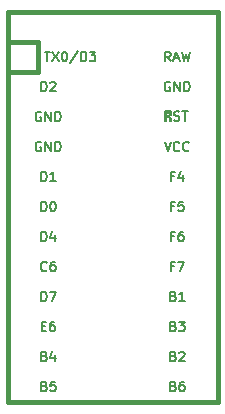
<source format=gto>
%TF.GenerationSoftware,KiCad,Pcbnew,7.0.5*%
%TF.CreationDate,2023-06-14T14:40:25+08:00*%
%TF.ProjectId,Macropad,4d616372-6f70-4616-942e-6b696361645f,rev?*%
%TF.SameCoordinates,Original*%
%TF.FileFunction,Legend,Top*%
%TF.FilePolarity,Positive*%
%FSLAX46Y46*%
G04 Gerber Fmt 4.6, Leading zero omitted, Abs format (unit mm)*
G04 Created by KiCad (PCBNEW 7.0.5) date 2023-06-14 14:40:25*
%MOMM*%
%LPD*%
G01*
G04 APERTURE LIST*
%ADD10C,0.150000*%
%ADD11C,0.381000*%
%ADD12R,1.752600X1.752600*%
%ADD13C,1.752600*%
%ADD14C,1.750000*%
%ADD15C,3.987800*%
%ADD16C,3.300000*%
G04 APERTURE END LIST*
D10*
%TO.C,U1*%
X219373524Y-81324795D02*
X219373524Y-80524795D01*
X219373524Y-80524795D02*
X219564000Y-80524795D01*
X219564000Y-80524795D02*
X219678286Y-80562890D01*
X219678286Y-80562890D02*
X219754476Y-80639080D01*
X219754476Y-80639080D02*
X219792571Y-80715271D01*
X219792571Y-80715271D02*
X219830667Y-80867652D01*
X219830667Y-80867652D02*
X219830667Y-80981938D01*
X219830667Y-80981938D02*
X219792571Y-81134319D01*
X219792571Y-81134319D02*
X219754476Y-81210509D01*
X219754476Y-81210509D02*
X219678286Y-81286700D01*
X219678286Y-81286700D02*
X219564000Y-81324795D01*
X219564000Y-81324795D02*
X219373524Y-81324795D01*
X220097333Y-80524795D02*
X220630667Y-80524795D01*
X220630667Y-80524795D02*
X220287809Y-81324795D01*
X219830667Y-78708604D02*
X219792571Y-78746700D01*
X219792571Y-78746700D02*
X219678286Y-78784795D01*
X219678286Y-78784795D02*
X219602095Y-78784795D01*
X219602095Y-78784795D02*
X219487809Y-78746700D01*
X219487809Y-78746700D02*
X219411619Y-78670509D01*
X219411619Y-78670509D02*
X219373524Y-78594319D01*
X219373524Y-78594319D02*
X219335428Y-78441938D01*
X219335428Y-78441938D02*
X219335428Y-78327652D01*
X219335428Y-78327652D02*
X219373524Y-78175271D01*
X219373524Y-78175271D02*
X219411619Y-78099080D01*
X219411619Y-78099080D02*
X219487809Y-78022890D01*
X219487809Y-78022890D02*
X219602095Y-77984795D01*
X219602095Y-77984795D02*
X219678286Y-77984795D01*
X219678286Y-77984795D02*
X219792571Y-78022890D01*
X219792571Y-78022890D02*
X219830667Y-78060985D01*
X220516381Y-77984795D02*
X220364000Y-77984795D01*
X220364000Y-77984795D02*
X220287809Y-78022890D01*
X220287809Y-78022890D02*
X220249714Y-78060985D01*
X220249714Y-78060985D02*
X220173524Y-78175271D01*
X220173524Y-78175271D02*
X220135428Y-78327652D01*
X220135428Y-78327652D02*
X220135428Y-78632414D01*
X220135428Y-78632414D02*
X220173524Y-78708604D01*
X220173524Y-78708604D02*
X220211619Y-78746700D01*
X220211619Y-78746700D02*
X220287809Y-78784795D01*
X220287809Y-78784795D02*
X220440190Y-78784795D01*
X220440190Y-78784795D02*
X220516381Y-78746700D01*
X220516381Y-78746700D02*
X220554476Y-78708604D01*
X220554476Y-78708604D02*
X220592571Y-78632414D01*
X220592571Y-78632414D02*
X220592571Y-78441938D01*
X220592571Y-78441938D02*
X220554476Y-78365747D01*
X220554476Y-78365747D02*
X220516381Y-78327652D01*
X220516381Y-78327652D02*
X220440190Y-78289557D01*
X220440190Y-78289557D02*
X220287809Y-78289557D01*
X220287809Y-78289557D02*
X220211619Y-78327652D01*
X220211619Y-78327652D02*
X220173524Y-78365747D01*
X220173524Y-78365747D02*
X220135428Y-78441938D01*
X230333619Y-61004795D02*
X230066952Y-60623842D01*
X229876476Y-61004795D02*
X229876476Y-60204795D01*
X229876476Y-60204795D02*
X230181238Y-60204795D01*
X230181238Y-60204795D02*
X230257428Y-60242890D01*
X230257428Y-60242890D02*
X230295523Y-60280985D01*
X230295523Y-60280985D02*
X230333619Y-60357176D01*
X230333619Y-60357176D02*
X230333619Y-60471461D01*
X230333619Y-60471461D02*
X230295523Y-60547652D01*
X230295523Y-60547652D02*
X230257428Y-60585747D01*
X230257428Y-60585747D02*
X230181238Y-60623842D01*
X230181238Y-60623842D02*
X229876476Y-60623842D01*
X230638380Y-60776223D02*
X231019333Y-60776223D01*
X230562190Y-61004795D02*
X230828857Y-60204795D01*
X230828857Y-60204795D02*
X231095523Y-61004795D01*
X231285999Y-60204795D02*
X231476475Y-61004795D01*
X231476475Y-61004795D02*
X231628856Y-60433366D01*
X231628856Y-60433366D02*
X231781237Y-61004795D01*
X231781237Y-61004795D02*
X231971714Y-60204795D01*
X219373524Y-76244795D02*
X219373524Y-75444795D01*
X219373524Y-75444795D02*
X219564000Y-75444795D01*
X219564000Y-75444795D02*
X219678286Y-75482890D01*
X219678286Y-75482890D02*
X219754476Y-75559080D01*
X219754476Y-75559080D02*
X219792571Y-75635271D01*
X219792571Y-75635271D02*
X219830667Y-75787652D01*
X219830667Y-75787652D02*
X219830667Y-75901938D01*
X219830667Y-75901938D02*
X219792571Y-76054319D01*
X219792571Y-76054319D02*
X219754476Y-76130509D01*
X219754476Y-76130509D02*
X219678286Y-76206700D01*
X219678286Y-76206700D02*
X219564000Y-76244795D01*
X219564000Y-76244795D02*
X219373524Y-76244795D01*
X220516381Y-75711461D02*
X220516381Y-76244795D01*
X220325905Y-75406700D02*
X220135428Y-75978128D01*
X220135428Y-75978128D02*
X220630667Y-75978128D01*
X230619333Y-78365747D02*
X230352667Y-78365747D01*
X230352667Y-78784795D02*
X230352667Y-77984795D01*
X230352667Y-77984795D02*
X230733619Y-77984795D01*
X230962190Y-77984795D02*
X231495524Y-77984795D01*
X231495524Y-77984795D02*
X231152666Y-78784795D01*
X229819333Y-67824795D02*
X230086000Y-68624795D01*
X230086000Y-68624795D02*
X230352666Y-67824795D01*
X231076476Y-68548604D02*
X231038380Y-68586700D01*
X231038380Y-68586700D02*
X230924095Y-68624795D01*
X230924095Y-68624795D02*
X230847904Y-68624795D01*
X230847904Y-68624795D02*
X230733618Y-68586700D01*
X230733618Y-68586700D02*
X230657428Y-68510509D01*
X230657428Y-68510509D02*
X230619333Y-68434319D01*
X230619333Y-68434319D02*
X230581237Y-68281938D01*
X230581237Y-68281938D02*
X230581237Y-68167652D01*
X230581237Y-68167652D02*
X230619333Y-68015271D01*
X230619333Y-68015271D02*
X230657428Y-67939080D01*
X230657428Y-67939080D02*
X230733618Y-67862890D01*
X230733618Y-67862890D02*
X230847904Y-67824795D01*
X230847904Y-67824795D02*
X230924095Y-67824795D01*
X230924095Y-67824795D02*
X231038380Y-67862890D01*
X231038380Y-67862890D02*
X231076476Y-67900985D01*
X231876476Y-68548604D02*
X231838380Y-68586700D01*
X231838380Y-68586700D02*
X231724095Y-68624795D01*
X231724095Y-68624795D02*
X231647904Y-68624795D01*
X231647904Y-68624795D02*
X231533618Y-68586700D01*
X231533618Y-68586700D02*
X231457428Y-68510509D01*
X231457428Y-68510509D02*
X231419333Y-68434319D01*
X231419333Y-68434319D02*
X231381237Y-68281938D01*
X231381237Y-68281938D02*
X231381237Y-68167652D01*
X231381237Y-68167652D02*
X231419333Y-68015271D01*
X231419333Y-68015271D02*
X231457428Y-67939080D01*
X231457428Y-67939080D02*
X231533618Y-67862890D01*
X231533618Y-67862890D02*
X231647904Y-67824795D01*
X231647904Y-67824795D02*
X231724095Y-67824795D01*
X231724095Y-67824795D02*
X231838380Y-67862890D01*
X231838380Y-67862890D02*
X231876476Y-67900985D01*
X230562190Y-83445747D02*
X230676476Y-83483842D01*
X230676476Y-83483842D02*
X230714571Y-83521938D01*
X230714571Y-83521938D02*
X230752667Y-83598128D01*
X230752667Y-83598128D02*
X230752667Y-83712414D01*
X230752667Y-83712414D02*
X230714571Y-83788604D01*
X230714571Y-83788604D02*
X230676476Y-83826700D01*
X230676476Y-83826700D02*
X230600286Y-83864795D01*
X230600286Y-83864795D02*
X230295524Y-83864795D01*
X230295524Y-83864795D02*
X230295524Y-83064795D01*
X230295524Y-83064795D02*
X230562190Y-83064795D01*
X230562190Y-83064795D02*
X230638381Y-83102890D01*
X230638381Y-83102890D02*
X230676476Y-83140985D01*
X230676476Y-83140985D02*
X230714571Y-83217176D01*
X230714571Y-83217176D02*
X230714571Y-83293366D01*
X230714571Y-83293366D02*
X230676476Y-83369557D01*
X230676476Y-83369557D02*
X230638381Y-83407652D01*
X230638381Y-83407652D02*
X230562190Y-83445747D01*
X230562190Y-83445747D02*
X230295524Y-83445747D01*
X231019333Y-83064795D02*
X231514571Y-83064795D01*
X231514571Y-83064795D02*
X231247905Y-83369557D01*
X231247905Y-83369557D02*
X231362190Y-83369557D01*
X231362190Y-83369557D02*
X231438381Y-83407652D01*
X231438381Y-83407652D02*
X231476476Y-83445747D01*
X231476476Y-83445747D02*
X231514571Y-83521938D01*
X231514571Y-83521938D02*
X231514571Y-83712414D01*
X231514571Y-83712414D02*
X231476476Y-83788604D01*
X231476476Y-83788604D02*
X231438381Y-83826700D01*
X231438381Y-83826700D02*
X231362190Y-83864795D01*
X231362190Y-83864795D02*
X231133619Y-83864795D01*
X231133619Y-83864795D02*
X231057428Y-83826700D01*
X231057428Y-83826700D02*
X231019333Y-83788604D01*
X219640190Y-88525747D02*
X219754476Y-88563842D01*
X219754476Y-88563842D02*
X219792571Y-88601938D01*
X219792571Y-88601938D02*
X219830667Y-88678128D01*
X219830667Y-88678128D02*
X219830667Y-88792414D01*
X219830667Y-88792414D02*
X219792571Y-88868604D01*
X219792571Y-88868604D02*
X219754476Y-88906700D01*
X219754476Y-88906700D02*
X219678286Y-88944795D01*
X219678286Y-88944795D02*
X219373524Y-88944795D01*
X219373524Y-88944795D02*
X219373524Y-88144795D01*
X219373524Y-88144795D02*
X219640190Y-88144795D01*
X219640190Y-88144795D02*
X219716381Y-88182890D01*
X219716381Y-88182890D02*
X219754476Y-88220985D01*
X219754476Y-88220985D02*
X219792571Y-88297176D01*
X219792571Y-88297176D02*
X219792571Y-88373366D01*
X219792571Y-88373366D02*
X219754476Y-88449557D01*
X219754476Y-88449557D02*
X219716381Y-88487652D01*
X219716381Y-88487652D02*
X219640190Y-88525747D01*
X219640190Y-88525747D02*
X219373524Y-88525747D01*
X220554476Y-88144795D02*
X220173524Y-88144795D01*
X220173524Y-88144795D02*
X220135428Y-88525747D01*
X220135428Y-88525747D02*
X220173524Y-88487652D01*
X220173524Y-88487652D02*
X220249714Y-88449557D01*
X220249714Y-88449557D02*
X220440190Y-88449557D01*
X220440190Y-88449557D02*
X220516381Y-88487652D01*
X220516381Y-88487652D02*
X220554476Y-88525747D01*
X220554476Y-88525747D02*
X220592571Y-88601938D01*
X220592571Y-88601938D02*
X220592571Y-88792414D01*
X220592571Y-88792414D02*
X220554476Y-88868604D01*
X220554476Y-88868604D02*
X220516381Y-88906700D01*
X220516381Y-88906700D02*
X220440190Y-88944795D01*
X220440190Y-88944795D02*
X220249714Y-88944795D01*
X220249714Y-88944795D02*
X220173524Y-88906700D01*
X220173524Y-88906700D02*
X220135428Y-88868604D01*
X230619333Y-75825747D02*
X230352667Y-75825747D01*
X230352667Y-76244795D02*
X230352667Y-75444795D01*
X230352667Y-75444795D02*
X230733619Y-75444795D01*
X231381238Y-75444795D02*
X231228857Y-75444795D01*
X231228857Y-75444795D02*
X231152666Y-75482890D01*
X231152666Y-75482890D02*
X231114571Y-75520985D01*
X231114571Y-75520985D02*
X231038381Y-75635271D01*
X231038381Y-75635271D02*
X231000285Y-75787652D01*
X231000285Y-75787652D02*
X231000285Y-76092414D01*
X231000285Y-76092414D02*
X231038381Y-76168604D01*
X231038381Y-76168604D02*
X231076476Y-76206700D01*
X231076476Y-76206700D02*
X231152666Y-76244795D01*
X231152666Y-76244795D02*
X231305047Y-76244795D01*
X231305047Y-76244795D02*
X231381238Y-76206700D01*
X231381238Y-76206700D02*
X231419333Y-76168604D01*
X231419333Y-76168604D02*
X231457428Y-76092414D01*
X231457428Y-76092414D02*
X231457428Y-75901938D01*
X231457428Y-75901938D02*
X231419333Y-75825747D01*
X231419333Y-75825747D02*
X231381238Y-75787652D01*
X231381238Y-75787652D02*
X231305047Y-75749557D01*
X231305047Y-75749557D02*
X231152666Y-75749557D01*
X231152666Y-75749557D02*
X231076476Y-75787652D01*
X231076476Y-75787652D02*
X231038381Y-75825747D01*
X231038381Y-75825747D02*
X231000285Y-75901938D01*
X230562190Y-88525747D02*
X230676476Y-88563842D01*
X230676476Y-88563842D02*
X230714571Y-88601938D01*
X230714571Y-88601938D02*
X230752667Y-88678128D01*
X230752667Y-88678128D02*
X230752667Y-88792414D01*
X230752667Y-88792414D02*
X230714571Y-88868604D01*
X230714571Y-88868604D02*
X230676476Y-88906700D01*
X230676476Y-88906700D02*
X230600286Y-88944795D01*
X230600286Y-88944795D02*
X230295524Y-88944795D01*
X230295524Y-88944795D02*
X230295524Y-88144795D01*
X230295524Y-88144795D02*
X230562190Y-88144795D01*
X230562190Y-88144795D02*
X230638381Y-88182890D01*
X230638381Y-88182890D02*
X230676476Y-88220985D01*
X230676476Y-88220985D02*
X230714571Y-88297176D01*
X230714571Y-88297176D02*
X230714571Y-88373366D01*
X230714571Y-88373366D02*
X230676476Y-88449557D01*
X230676476Y-88449557D02*
X230638381Y-88487652D01*
X230638381Y-88487652D02*
X230562190Y-88525747D01*
X230562190Y-88525747D02*
X230295524Y-88525747D01*
X231438381Y-88144795D02*
X231286000Y-88144795D01*
X231286000Y-88144795D02*
X231209809Y-88182890D01*
X231209809Y-88182890D02*
X231171714Y-88220985D01*
X231171714Y-88220985D02*
X231095524Y-88335271D01*
X231095524Y-88335271D02*
X231057428Y-88487652D01*
X231057428Y-88487652D02*
X231057428Y-88792414D01*
X231057428Y-88792414D02*
X231095524Y-88868604D01*
X231095524Y-88868604D02*
X231133619Y-88906700D01*
X231133619Y-88906700D02*
X231209809Y-88944795D01*
X231209809Y-88944795D02*
X231362190Y-88944795D01*
X231362190Y-88944795D02*
X231438381Y-88906700D01*
X231438381Y-88906700D02*
X231476476Y-88868604D01*
X231476476Y-88868604D02*
X231514571Y-88792414D01*
X231514571Y-88792414D02*
X231514571Y-88601938D01*
X231514571Y-88601938D02*
X231476476Y-88525747D01*
X231476476Y-88525747D02*
X231438381Y-88487652D01*
X231438381Y-88487652D02*
X231362190Y-88449557D01*
X231362190Y-88449557D02*
X231209809Y-88449557D01*
X231209809Y-88449557D02*
X231133619Y-88487652D01*
X231133619Y-88487652D02*
X231095524Y-88525747D01*
X231095524Y-88525747D02*
X231057428Y-88601938D01*
X230619333Y-73285747D02*
X230352667Y-73285747D01*
X230352667Y-73704795D02*
X230352667Y-72904795D01*
X230352667Y-72904795D02*
X230733619Y-72904795D01*
X231419333Y-72904795D02*
X231038381Y-72904795D01*
X231038381Y-72904795D02*
X231000285Y-73285747D01*
X231000285Y-73285747D02*
X231038381Y-73247652D01*
X231038381Y-73247652D02*
X231114571Y-73209557D01*
X231114571Y-73209557D02*
X231305047Y-73209557D01*
X231305047Y-73209557D02*
X231381238Y-73247652D01*
X231381238Y-73247652D02*
X231419333Y-73285747D01*
X231419333Y-73285747D02*
X231457428Y-73361938D01*
X231457428Y-73361938D02*
X231457428Y-73552414D01*
X231457428Y-73552414D02*
X231419333Y-73628604D01*
X231419333Y-73628604D02*
X231381238Y-73666700D01*
X231381238Y-73666700D02*
X231305047Y-73704795D01*
X231305047Y-73704795D02*
X231114571Y-73704795D01*
X231114571Y-73704795D02*
X231038381Y-73666700D01*
X231038381Y-73666700D02*
X231000285Y-73628604D01*
X219373524Y-73704795D02*
X219373524Y-72904795D01*
X219373524Y-72904795D02*
X219564000Y-72904795D01*
X219564000Y-72904795D02*
X219678286Y-72942890D01*
X219678286Y-72942890D02*
X219754476Y-73019080D01*
X219754476Y-73019080D02*
X219792571Y-73095271D01*
X219792571Y-73095271D02*
X219830667Y-73247652D01*
X219830667Y-73247652D02*
X219830667Y-73361938D01*
X219830667Y-73361938D02*
X219792571Y-73514319D01*
X219792571Y-73514319D02*
X219754476Y-73590509D01*
X219754476Y-73590509D02*
X219678286Y-73666700D01*
X219678286Y-73666700D02*
X219564000Y-73704795D01*
X219564000Y-73704795D02*
X219373524Y-73704795D01*
X220325905Y-72904795D02*
X220402095Y-72904795D01*
X220402095Y-72904795D02*
X220478286Y-72942890D01*
X220478286Y-72942890D02*
X220516381Y-72980985D01*
X220516381Y-72980985D02*
X220554476Y-73057176D01*
X220554476Y-73057176D02*
X220592571Y-73209557D01*
X220592571Y-73209557D02*
X220592571Y-73400033D01*
X220592571Y-73400033D02*
X220554476Y-73552414D01*
X220554476Y-73552414D02*
X220516381Y-73628604D01*
X220516381Y-73628604D02*
X220478286Y-73666700D01*
X220478286Y-73666700D02*
X220402095Y-73704795D01*
X220402095Y-73704795D02*
X220325905Y-73704795D01*
X220325905Y-73704795D02*
X220249714Y-73666700D01*
X220249714Y-73666700D02*
X220211619Y-73628604D01*
X220211619Y-73628604D02*
X220173524Y-73552414D01*
X220173524Y-73552414D02*
X220135428Y-73400033D01*
X220135428Y-73400033D02*
X220135428Y-73209557D01*
X220135428Y-73209557D02*
X220173524Y-73057176D01*
X220173524Y-73057176D02*
X220211619Y-72980985D01*
X220211619Y-72980985D02*
X220249714Y-72942890D01*
X220249714Y-72942890D02*
X220325905Y-72904795D01*
X230276476Y-62782890D02*
X230200286Y-62744795D01*
X230200286Y-62744795D02*
X230086000Y-62744795D01*
X230086000Y-62744795D02*
X229971714Y-62782890D01*
X229971714Y-62782890D02*
X229895524Y-62859080D01*
X229895524Y-62859080D02*
X229857429Y-62935271D01*
X229857429Y-62935271D02*
X229819333Y-63087652D01*
X229819333Y-63087652D02*
X229819333Y-63201938D01*
X229819333Y-63201938D02*
X229857429Y-63354319D01*
X229857429Y-63354319D02*
X229895524Y-63430509D01*
X229895524Y-63430509D02*
X229971714Y-63506700D01*
X229971714Y-63506700D02*
X230086000Y-63544795D01*
X230086000Y-63544795D02*
X230162191Y-63544795D01*
X230162191Y-63544795D02*
X230276476Y-63506700D01*
X230276476Y-63506700D02*
X230314572Y-63468604D01*
X230314572Y-63468604D02*
X230314572Y-63201938D01*
X230314572Y-63201938D02*
X230162191Y-63201938D01*
X230657429Y-63544795D02*
X230657429Y-62744795D01*
X230657429Y-62744795D02*
X231114572Y-63544795D01*
X231114572Y-63544795D02*
X231114572Y-62744795D01*
X231495524Y-63544795D02*
X231495524Y-62744795D01*
X231495524Y-62744795D02*
X231686000Y-62744795D01*
X231686000Y-62744795D02*
X231800286Y-62782890D01*
X231800286Y-62782890D02*
X231876476Y-62859080D01*
X231876476Y-62859080D02*
X231914571Y-62935271D01*
X231914571Y-62935271D02*
X231952667Y-63087652D01*
X231952667Y-63087652D02*
X231952667Y-63201938D01*
X231952667Y-63201938D02*
X231914571Y-63354319D01*
X231914571Y-63354319D02*
X231876476Y-63430509D01*
X231876476Y-63430509D02*
X231800286Y-63506700D01*
X231800286Y-63506700D02*
X231686000Y-63544795D01*
X231686000Y-63544795D02*
X231495524Y-63544795D01*
X219354476Y-65322890D02*
X219278286Y-65284795D01*
X219278286Y-65284795D02*
X219164000Y-65284795D01*
X219164000Y-65284795D02*
X219049714Y-65322890D01*
X219049714Y-65322890D02*
X218973524Y-65399080D01*
X218973524Y-65399080D02*
X218935429Y-65475271D01*
X218935429Y-65475271D02*
X218897333Y-65627652D01*
X218897333Y-65627652D02*
X218897333Y-65741938D01*
X218897333Y-65741938D02*
X218935429Y-65894319D01*
X218935429Y-65894319D02*
X218973524Y-65970509D01*
X218973524Y-65970509D02*
X219049714Y-66046700D01*
X219049714Y-66046700D02*
X219164000Y-66084795D01*
X219164000Y-66084795D02*
X219240191Y-66084795D01*
X219240191Y-66084795D02*
X219354476Y-66046700D01*
X219354476Y-66046700D02*
X219392572Y-66008604D01*
X219392572Y-66008604D02*
X219392572Y-65741938D01*
X219392572Y-65741938D02*
X219240191Y-65741938D01*
X219735429Y-66084795D02*
X219735429Y-65284795D01*
X219735429Y-65284795D02*
X220192572Y-66084795D01*
X220192572Y-66084795D02*
X220192572Y-65284795D01*
X220573524Y-66084795D02*
X220573524Y-65284795D01*
X220573524Y-65284795D02*
X220764000Y-65284795D01*
X220764000Y-65284795D02*
X220878286Y-65322890D01*
X220878286Y-65322890D02*
X220954476Y-65399080D01*
X220954476Y-65399080D02*
X220992571Y-65475271D01*
X220992571Y-65475271D02*
X221030667Y-65627652D01*
X221030667Y-65627652D02*
X221030667Y-65741938D01*
X221030667Y-65741938D02*
X220992571Y-65894319D01*
X220992571Y-65894319D02*
X220954476Y-65970509D01*
X220954476Y-65970509D02*
X220878286Y-66046700D01*
X220878286Y-66046700D02*
X220764000Y-66084795D01*
X220764000Y-66084795D02*
X220573524Y-66084795D01*
X219662651Y-60204795D02*
X220119794Y-60204795D01*
X219891222Y-61004795D02*
X219891222Y-60204795D01*
X220310270Y-60204795D02*
X220843604Y-61004795D01*
X220843604Y-60204795D02*
X220310270Y-61004795D01*
X221300747Y-60204795D02*
X221376937Y-60204795D01*
X221376937Y-60204795D02*
X221453128Y-60242890D01*
X221453128Y-60242890D02*
X221491223Y-60280985D01*
X221491223Y-60280985D02*
X221529318Y-60357176D01*
X221529318Y-60357176D02*
X221567413Y-60509557D01*
X221567413Y-60509557D02*
X221567413Y-60700033D01*
X221567413Y-60700033D02*
X221529318Y-60852414D01*
X221529318Y-60852414D02*
X221491223Y-60928604D01*
X221491223Y-60928604D02*
X221453128Y-60966700D01*
X221453128Y-60966700D02*
X221376937Y-61004795D01*
X221376937Y-61004795D02*
X221300747Y-61004795D01*
X221300747Y-61004795D02*
X221224556Y-60966700D01*
X221224556Y-60966700D02*
X221186461Y-60928604D01*
X221186461Y-60928604D02*
X221148366Y-60852414D01*
X221148366Y-60852414D02*
X221110270Y-60700033D01*
X221110270Y-60700033D02*
X221110270Y-60509557D01*
X221110270Y-60509557D02*
X221148366Y-60357176D01*
X221148366Y-60357176D02*
X221186461Y-60280985D01*
X221186461Y-60280985D02*
X221224556Y-60242890D01*
X221224556Y-60242890D02*
X221300747Y-60204795D01*
X222481699Y-60166700D02*
X221795985Y-61195271D01*
X222748366Y-61004795D02*
X222748366Y-60204795D01*
X222748366Y-60204795D02*
X222938842Y-60204795D01*
X222938842Y-60204795D02*
X223053128Y-60242890D01*
X223053128Y-60242890D02*
X223129318Y-60319080D01*
X223129318Y-60319080D02*
X223167413Y-60395271D01*
X223167413Y-60395271D02*
X223205509Y-60547652D01*
X223205509Y-60547652D02*
X223205509Y-60661938D01*
X223205509Y-60661938D02*
X223167413Y-60814319D01*
X223167413Y-60814319D02*
X223129318Y-60890509D01*
X223129318Y-60890509D02*
X223053128Y-60966700D01*
X223053128Y-60966700D02*
X222938842Y-61004795D01*
X222938842Y-61004795D02*
X222748366Y-61004795D01*
X223472175Y-60204795D02*
X223967413Y-60204795D01*
X223967413Y-60204795D02*
X223700747Y-60509557D01*
X223700747Y-60509557D02*
X223815032Y-60509557D01*
X223815032Y-60509557D02*
X223891223Y-60547652D01*
X223891223Y-60547652D02*
X223929318Y-60585747D01*
X223929318Y-60585747D02*
X223967413Y-60661938D01*
X223967413Y-60661938D02*
X223967413Y-60852414D01*
X223967413Y-60852414D02*
X223929318Y-60928604D01*
X223929318Y-60928604D02*
X223891223Y-60966700D01*
X223891223Y-60966700D02*
X223815032Y-61004795D01*
X223815032Y-61004795D02*
X223586461Y-61004795D01*
X223586461Y-61004795D02*
X223510270Y-60966700D01*
X223510270Y-60966700D02*
X223472175Y-60928604D01*
X230562190Y-80905747D02*
X230676476Y-80943842D01*
X230676476Y-80943842D02*
X230714571Y-80981938D01*
X230714571Y-80981938D02*
X230752667Y-81058128D01*
X230752667Y-81058128D02*
X230752667Y-81172414D01*
X230752667Y-81172414D02*
X230714571Y-81248604D01*
X230714571Y-81248604D02*
X230676476Y-81286700D01*
X230676476Y-81286700D02*
X230600286Y-81324795D01*
X230600286Y-81324795D02*
X230295524Y-81324795D01*
X230295524Y-81324795D02*
X230295524Y-80524795D01*
X230295524Y-80524795D02*
X230562190Y-80524795D01*
X230562190Y-80524795D02*
X230638381Y-80562890D01*
X230638381Y-80562890D02*
X230676476Y-80600985D01*
X230676476Y-80600985D02*
X230714571Y-80677176D01*
X230714571Y-80677176D02*
X230714571Y-80753366D01*
X230714571Y-80753366D02*
X230676476Y-80829557D01*
X230676476Y-80829557D02*
X230638381Y-80867652D01*
X230638381Y-80867652D02*
X230562190Y-80905747D01*
X230562190Y-80905747D02*
X230295524Y-80905747D01*
X231514571Y-81324795D02*
X231057428Y-81324795D01*
X231286000Y-81324795D02*
X231286000Y-80524795D01*
X231286000Y-80524795D02*
X231209809Y-80639080D01*
X231209809Y-80639080D02*
X231133619Y-80715271D01*
X231133619Y-80715271D02*
X231057428Y-80753366D01*
X230562190Y-85985747D02*
X230676476Y-86023842D01*
X230676476Y-86023842D02*
X230714571Y-86061938D01*
X230714571Y-86061938D02*
X230752667Y-86138128D01*
X230752667Y-86138128D02*
X230752667Y-86252414D01*
X230752667Y-86252414D02*
X230714571Y-86328604D01*
X230714571Y-86328604D02*
X230676476Y-86366700D01*
X230676476Y-86366700D02*
X230600286Y-86404795D01*
X230600286Y-86404795D02*
X230295524Y-86404795D01*
X230295524Y-86404795D02*
X230295524Y-85604795D01*
X230295524Y-85604795D02*
X230562190Y-85604795D01*
X230562190Y-85604795D02*
X230638381Y-85642890D01*
X230638381Y-85642890D02*
X230676476Y-85680985D01*
X230676476Y-85680985D02*
X230714571Y-85757176D01*
X230714571Y-85757176D02*
X230714571Y-85833366D01*
X230714571Y-85833366D02*
X230676476Y-85909557D01*
X230676476Y-85909557D02*
X230638381Y-85947652D01*
X230638381Y-85947652D02*
X230562190Y-85985747D01*
X230562190Y-85985747D02*
X230295524Y-85985747D01*
X231057428Y-85680985D02*
X231095524Y-85642890D01*
X231095524Y-85642890D02*
X231171714Y-85604795D01*
X231171714Y-85604795D02*
X231362190Y-85604795D01*
X231362190Y-85604795D02*
X231438381Y-85642890D01*
X231438381Y-85642890D02*
X231476476Y-85680985D01*
X231476476Y-85680985D02*
X231514571Y-85757176D01*
X231514571Y-85757176D02*
X231514571Y-85833366D01*
X231514571Y-85833366D02*
X231476476Y-85947652D01*
X231476476Y-85947652D02*
X231019333Y-86404795D01*
X231019333Y-86404795D02*
X231514571Y-86404795D01*
X219411619Y-83445747D02*
X219678285Y-83445747D01*
X219792571Y-83864795D02*
X219411619Y-83864795D01*
X219411619Y-83864795D02*
X219411619Y-83064795D01*
X219411619Y-83064795D02*
X219792571Y-83064795D01*
X220478286Y-83064795D02*
X220325905Y-83064795D01*
X220325905Y-83064795D02*
X220249714Y-83102890D01*
X220249714Y-83102890D02*
X220211619Y-83140985D01*
X220211619Y-83140985D02*
X220135429Y-83255271D01*
X220135429Y-83255271D02*
X220097333Y-83407652D01*
X220097333Y-83407652D02*
X220097333Y-83712414D01*
X220097333Y-83712414D02*
X220135429Y-83788604D01*
X220135429Y-83788604D02*
X220173524Y-83826700D01*
X220173524Y-83826700D02*
X220249714Y-83864795D01*
X220249714Y-83864795D02*
X220402095Y-83864795D01*
X220402095Y-83864795D02*
X220478286Y-83826700D01*
X220478286Y-83826700D02*
X220516381Y-83788604D01*
X220516381Y-83788604D02*
X220554476Y-83712414D01*
X220554476Y-83712414D02*
X220554476Y-83521938D01*
X220554476Y-83521938D02*
X220516381Y-83445747D01*
X220516381Y-83445747D02*
X220478286Y-83407652D01*
X220478286Y-83407652D02*
X220402095Y-83369557D01*
X220402095Y-83369557D02*
X220249714Y-83369557D01*
X220249714Y-83369557D02*
X220173524Y-83407652D01*
X220173524Y-83407652D02*
X220135429Y-83445747D01*
X220135429Y-83445747D02*
X220097333Y-83521938D01*
X230619333Y-70745747D02*
X230352667Y-70745747D01*
X230352667Y-71164795D02*
X230352667Y-70364795D01*
X230352667Y-70364795D02*
X230733619Y-70364795D01*
X231381238Y-70631461D02*
X231381238Y-71164795D01*
X231190762Y-70326700D02*
X231000285Y-70898128D01*
X231000285Y-70898128D02*
X231495524Y-70898128D01*
X219354476Y-67862890D02*
X219278286Y-67824795D01*
X219278286Y-67824795D02*
X219164000Y-67824795D01*
X219164000Y-67824795D02*
X219049714Y-67862890D01*
X219049714Y-67862890D02*
X218973524Y-67939080D01*
X218973524Y-67939080D02*
X218935429Y-68015271D01*
X218935429Y-68015271D02*
X218897333Y-68167652D01*
X218897333Y-68167652D02*
X218897333Y-68281938D01*
X218897333Y-68281938D02*
X218935429Y-68434319D01*
X218935429Y-68434319D02*
X218973524Y-68510509D01*
X218973524Y-68510509D02*
X219049714Y-68586700D01*
X219049714Y-68586700D02*
X219164000Y-68624795D01*
X219164000Y-68624795D02*
X219240191Y-68624795D01*
X219240191Y-68624795D02*
X219354476Y-68586700D01*
X219354476Y-68586700D02*
X219392572Y-68548604D01*
X219392572Y-68548604D02*
X219392572Y-68281938D01*
X219392572Y-68281938D02*
X219240191Y-68281938D01*
X219735429Y-68624795D02*
X219735429Y-67824795D01*
X219735429Y-67824795D02*
X220192572Y-68624795D01*
X220192572Y-68624795D02*
X220192572Y-67824795D01*
X220573524Y-68624795D02*
X220573524Y-67824795D01*
X220573524Y-67824795D02*
X220764000Y-67824795D01*
X220764000Y-67824795D02*
X220878286Y-67862890D01*
X220878286Y-67862890D02*
X220954476Y-67939080D01*
X220954476Y-67939080D02*
X220992571Y-68015271D01*
X220992571Y-68015271D02*
X221030667Y-68167652D01*
X221030667Y-68167652D02*
X221030667Y-68281938D01*
X221030667Y-68281938D02*
X220992571Y-68434319D01*
X220992571Y-68434319D02*
X220954476Y-68510509D01*
X220954476Y-68510509D02*
X220878286Y-68586700D01*
X220878286Y-68586700D02*
X220764000Y-68624795D01*
X220764000Y-68624795D02*
X220573524Y-68624795D01*
X230624786Y-66016700D02*
X230739072Y-66054795D01*
X230739072Y-66054795D02*
X230929548Y-66054795D01*
X230929548Y-66054795D02*
X231005739Y-66016700D01*
X231005739Y-66016700D02*
X231043834Y-65978604D01*
X231043834Y-65978604D02*
X231081929Y-65902414D01*
X231081929Y-65902414D02*
X231081929Y-65826223D01*
X231081929Y-65826223D02*
X231043834Y-65750033D01*
X231043834Y-65750033D02*
X231005739Y-65711938D01*
X231005739Y-65711938D02*
X230929548Y-65673842D01*
X230929548Y-65673842D02*
X230777167Y-65635747D01*
X230777167Y-65635747D02*
X230700977Y-65597652D01*
X230700977Y-65597652D02*
X230662882Y-65559557D01*
X230662882Y-65559557D02*
X230624786Y-65483366D01*
X230624786Y-65483366D02*
X230624786Y-65407176D01*
X230624786Y-65407176D02*
X230662882Y-65330985D01*
X230662882Y-65330985D02*
X230700977Y-65292890D01*
X230700977Y-65292890D02*
X230777167Y-65254795D01*
X230777167Y-65254795D02*
X230967644Y-65254795D01*
X230967644Y-65254795D02*
X231081929Y-65292890D01*
X231310501Y-65254795D02*
X231767644Y-65254795D01*
X231539072Y-66054795D02*
X231539072Y-65254795D01*
X219640190Y-85985747D02*
X219754476Y-86023842D01*
X219754476Y-86023842D02*
X219792571Y-86061938D01*
X219792571Y-86061938D02*
X219830667Y-86138128D01*
X219830667Y-86138128D02*
X219830667Y-86252414D01*
X219830667Y-86252414D02*
X219792571Y-86328604D01*
X219792571Y-86328604D02*
X219754476Y-86366700D01*
X219754476Y-86366700D02*
X219678286Y-86404795D01*
X219678286Y-86404795D02*
X219373524Y-86404795D01*
X219373524Y-86404795D02*
X219373524Y-85604795D01*
X219373524Y-85604795D02*
X219640190Y-85604795D01*
X219640190Y-85604795D02*
X219716381Y-85642890D01*
X219716381Y-85642890D02*
X219754476Y-85680985D01*
X219754476Y-85680985D02*
X219792571Y-85757176D01*
X219792571Y-85757176D02*
X219792571Y-85833366D01*
X219792571Y-85833366D02*
X219754476Y-85909557D01*
X219754476Y-85909557D02*
X219716381Y-85947652D01*
X219716381Y-85947652D02*
X219640190Y-85985747D01*
X219640190Y-85985747D02*
X219373524Y-85985747D01*
X220516381Y-85871461D02*
X220516381Y-86404795D01*
X220325905Y-85566700D02*
X220135428Y-86138128D01*
X220135428Y-86138128D02*
X220630667Y-86138128D01*
X219373524Y-71164795D02*
X219373524Y-70364795D01*
X219373524Y-70364795D02*
X219564000Y-70364795D01*
X219564000Y-70364795D02*
X219678286Y-70402890D01*
X219678286Y-70402890D02*
X219754476Y-70479080D01*
X219754476Y-70479080D02*
X219792571Y-70555271D01*
X219792571Y-70555271D02*
X219830667Y-70707652D01*
X219830667Y-70707652D02*
X219830667Y-70821938D01*
X219830667Y-70821938D02*
X219792571Y-70974319D01*
X219792571Y-70974319D02*
X219754476Y-71050509D01*
X219754476Y-71050509D02*
X219678286Y-71126700D01*
X219678286Y-71126700D02*
X219564000Y-71164795D01*
X219564000Y-71164795D02*
X219373524Y-71164795D01*
X220592571Y-71164795D02*
X220135428Y-71164795D01*
X220364000Y-71164795D02*
X220364000Y-70364795D01*
X220364000Y-70364795D02*
X220287809Y-70479080D01*
X220287809Y-70479080D02*
X220211619Y-70555271D01*
X220211619Y-70555271D02*
X220135428Y-70593366D01*
X219373524Y-63544795D02*
X219373524Y-62744795D01*
X219373524Y-62744795D02*
X219564000Y-62744795D01*
X219564000Y-62744795D02*
X219678286Y-62782890D01*
X219678286Y-62782890D02*
X219754476Y-62859080D01*
X219754476Y-62859080D02*
X219792571Y-62935271D01*
X219792571Y-62935271D02*
X219830667Y-63087652D01*
X219830667Y-63087652D02*
X219830667Y-63201938D01*
X219830667Y-63201938D02*
X219792571Y-63354319D01*
X219792571Y-63354319D02*
X219754476Y-63430509D01*
X219754476Y-63430509D02*
X219678286Y-63506700D01*
X219678286Y-63506700D02*
X219564000Y-63544795D01*
X219564000Y-63544795D02*
X219373524Y-63544795D01*
X220135428Y-62820985D02*
X220173524Y-62782890D01*
X220173524Y-62782890D02*
X220249714Y-62744795D01*
X220249714Y-62744795D02*
X220440190Y-62744795D01*
X220440190Y-62744795D02*
X220516381Y-62782890D01*
X220516381Y-62782890D02*
X220554476Y-62820985D01*
X220554476Y-62820985D02*
X220592571Y-62897176D01*
X220592571Y-62897176D02*
X220592571Y-62973366D01*
X220592571Y-62973366D02*
X220554476Y-63087652D01*
X220554476Y-63087652D02*
X220097333Y-63544795D01*
X220097333Y-63544795D02*
X220592571Y-63544795D01*
D11*
X234315000Y-56832500D02*
X216535000Y-56832500D01*
X216535000Y-56832500D02*
X216535000Y-59372500D01*
X234315000Y-59372500D02*
X234315000Y-56832500D01*
X219075000Y-59372500D02*
X216535000Y-59372500D01*
X219075000Y-59372500D02*
X219075000Y-61912500D01*
X216535000Y-59372500D02*
X216535000Y-89852500D01*
X219075000Y-61912500D02*
X216535000Y-61912500D01*
X234315000Y-89852500D02*
X234315000Y-59372500D01*
X216535000Y-89852500D02*
X234315000Y-89852500D01*
D10*
X230356568Y-65351860D02*
X229856568Y-65351860D01*
X229856568Y-65251860D01*
X230356568Y-65251860D01*
X230356568Y-65351860D01*
G36*
X230356568Y-65351860D02*
G01*
X229856568Y-65351860D01*
X229856568Y-65251860D01*
X230356568Y-65251860D01*
X230356568Y-65351860D01*
G37*
X230356568Y-65551860D02*
X230256568Y-65551860D01*
X230256568Y-65251860D01*
X230356568Y-65251860D01*
X230356568Y-65551860D01*
G36*
X230356568Y-65551860D02*
G01*
X230256568Y-65551860D01*
X230256568Y-65251860D01*
X230356568Y-65251860D01*
X230356568Y-65551860D01*
G37*
X229956568Y-66051860D02*
X229856568Y-66051860D01*
X229856568Y-65251860D01*
X229956568Y-65251860D01*
X229956568Y-66051860D01*
G36*
X229956568Y-66051860D02*
G01*
X229856568Y-66051860D01*
X229856568Y-65251860D01*
X229956568Y-65251860D01*
X229956568Y-66051860D01*
G37*
X230156568Y-65751860D02*
X230056568Y-65751860D01*
X230056568Y-65651860D01*
X230156568Y-65651860D01*
X230156568Y-65751860D01*
G36*
X230156568Y-65751860D02*
G01*
X230056568Y-65751860D01*
X230056568Y-65651860D01*
X230156568Y-65651860D01*
X230156568Y-65751860D01*
G37*
X230356568Y-66051860D02*
X230256568Y-66051860D01*
X230256568Y-65851860D01*
X230356568Y-65851860D01*
X230356568Y-66051860D01*
G36*
X230356568Y-66051860D02*
G01*
X230256568Y-66051860D01*
X230256568Y-65851860D01*
X230356568Y-65851860D01*
X230356568Y-66051860D01*
G37*
%TD*%
D12*
%TO.C,U1*%
X217805000Y-60642500D03*
D13*
X217805000Y-63182500D03*
X217805000Y-65722500D03*
X217805000Y-68262500D03*
X217805000Y-70802500D03*
X217805000Y-73342500D03*
X217805000Y-75882500D03*
X217805000Y-78422500D03*
X217805000Y-80962500D03*
X217805000Y-83502500D03*
X217805000Y-86042500D03*
X217805000Y-88582500D03*
X233045000Y-88582500D03*
X233045000Y-86042500D03*
X233045000Y-83502500D03*
X233045000Y-80962500D03*
X233045000Y-78422500D03*
X233045000Y-75882500D03*
X233045000Y-73342500D03*
X233045000Y-70802500D03*
X233045000Y-68262500D03*
X233045000Y-65722500D03*
X233045000Y-63182500D03*
X233045000Y-60642500D03*
%TD*%
%LPC*%
D12*
%TO.C,U1*%
X217805000Y-60642500D03*
D13*
X217805000Y-63182500D03*
X217805000Y-65722500D03*
X217805000Y-68262500D03*
X217805000Y-70802500D03*
X217805000Y-73342500D03*
X217805000Y-75882500D03*
X217805000Y-78422500D03*
X217805000Y-80962500D03*
X217805000Y-83502500D03*
X217805000Y-86042500D03*
X217805000Y-88582500D03*
X233045000Y-88582500D03*
X233045000Y-86042500D03*
X233045000Y-83502500D03*
X233045000Y-80962500D03*
X233045000Y-78422500D03*
X233045000Y-75882500D03*
X233045000Y-73342500D03*
X233045000Y-70802500D03*
X233045000Y-68262500D03*
X233045000Y-65722500D03*
X233045000Y-63182500D03*
X233045000Y-60642500D03*
%TD*%
D14*
%TO.C,MX10*%
X230505000Y-103187500D03*
D15*
X225425000Y-103187500D03*
D14*
X220345000Y-103187500D03*
D16*
X221615000Y-100647500D03*
X227965000Y-98107500D03*
%TD*%
D14*
%TO.C,MX3*%
X211455000Y-65087500D03*
D15*
X206375000Y-65087500D03*
D14*
X201295000Y-65087500D03*
D16*
X202565000Y-62547500D03*
X208915000Y-60007500D03*
%TD*%
D14*
%TO.C,MX9*%
X211455000Y-103187500D03*
D15*
X206375000Y-103187500D03*
D14*
X201295000Y-103187500D03*
D16*
X202565000Y-100647500D03*
X208915000Y-98107500D03*
%TD*%
D14*
%TO.C,MX4*%
X173355000Y-84137500D03*
D15*
X168275000Y-84137500D03*
D14*
X163195000Y-84137500D03*
D16*
X164465000Y-81597500D03*
X170815000Y-79057500D03*
%TD*%
D14*
%TO.C,MX5*%
X192405000Y-84137500D03*
D15*
X187325000Y-84137500D03*
D14*
X182245000Y-84137500D03*
D16*
X183515000Y-81597500D03*
X189865000Y-79057500D03*
%TD*%
D14*
%TO.C,MX2*%
X192405000Y-65087500D03*
D15*
X187325000Y-65087500D03*
D14*
X182245000Y-65087500D03*
D16*
X183515000Y-62547500D03*
X189865000Y-60007500D03*
%TD*%
D14*
%TO.C,MX8*%
X192405000Y-103187500D03*
D15*
X187325000Y-103187500D03*
D14*
X182245000Y-103187500D03*
D16*
X183515000Y-100647500D03*
X189865000Y-98107500D03*
%TD*%
D14*
%TO.C,MX7*%
X173355000Y-103187500D03*
D15*
X168275000Y-103187500D03*
D14*
X163195000Y-103187500D03*
D16*
X164465000Y-100647500D03*
X170815000Y-98107500D03*
%TD*%
D14*
%TO.C,MX1*%
X173355000Y-65087500D03*
D15*
X168275000Y-65087500D03*
D14*
X163195000Y-65087500D03*
D16*
X164465000Y-62547500D03*
X170815000Y-60007500D03*
%TD*%
D14*
%TO.C,MX6*%
X211455000Y-84137500D03*
D15*
X206375000Y-84137500D03*
D14*
X201295000Y-84137500D03*
D16*
X202565000Y-81597500D03*
X208915000Y-79057500D03*
%TD*%
%LPD*%
M02*

</source>
